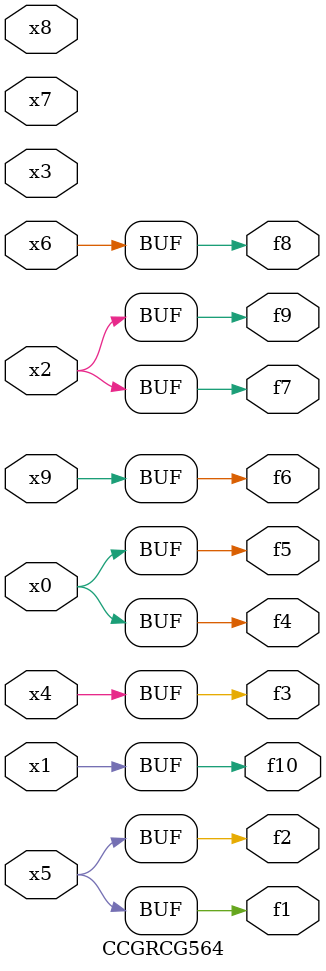
<source format=v>
module CCGRCG564(
	input x0, x1, x2, x3, x4, x5, x6, x7, x8, x9,
	output f1, f2, f3, f4, f5, f6, f7, f8, f9, f10
);
	assign f1 = x5;
	assign f2 = x5;
	assign f3 = x4;
	assign f4 = x0;
	assign f5 = x0;
	assign f6 = x9;
	assign f7 = x2;
	assign f8 = x6;
	assign f9 = x2;
	assign f10 = x1;
endmodule

</source>
